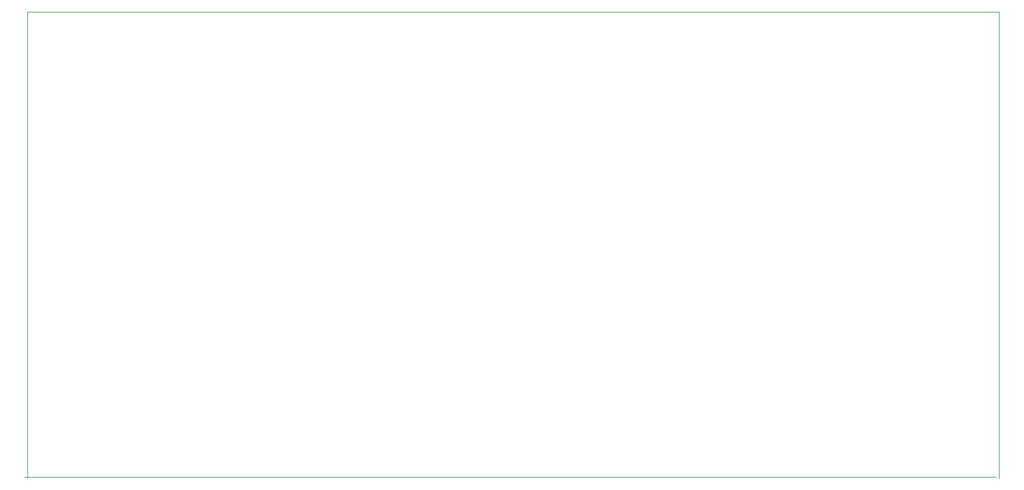
<source format=gbr>
%TF.GenerationSoftware,KiCad,Pcbnew,8.0.2-1*%
%TF.CreationDate,2024-09-06T21:09:21+10:00*%
%TF.ProjectId,ae-bbc-pcb,61652d62-6263-42d7-9063-622e6b696361,rev?*%
%TF.SameCoordinates,Original*%
%TF.FileFunction,Profile,NP*%
%FSLAX46Y46*%
G04 Gerber Fmt 4.6, Leading zero omitted, Abs format (unit mm)*
G04 Created by KiCad (PCBNEW 8.0.2-1) date 2024-09-06 21:09:21*
%MOMM*%
%LPD*%
G01*
G04 APERTURE LIST*
%TA.AperFunction,Profile*%
%ADD10C,0.050000*%
%TD*%
G04 APERTURE END LIST*
D10*
X134404000Y-175260000D02*
X134404000Y-108807815D01*
X272834000Y-175260000D02*
X272834000Y-108807815D01*
X134404000Y-108807815D02*
X272834000Y-108807815D01*
X133966224Y-175120160D02*
X272396224Y-175120160D01*
M02*

</source>
